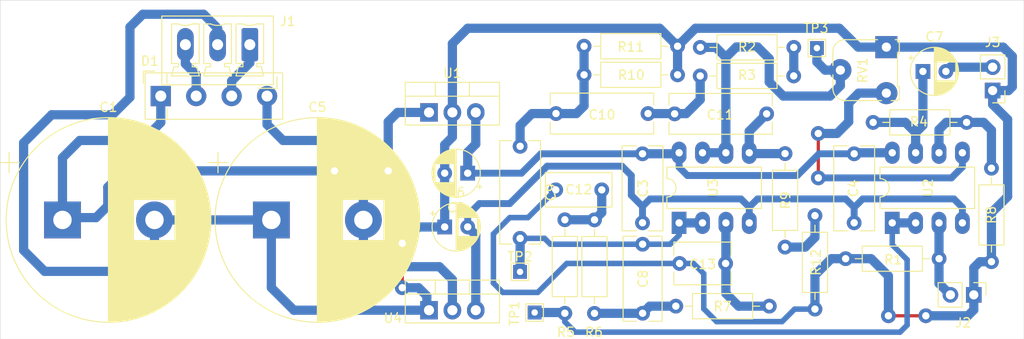
<source format=kicad_pcb>
(kicad_pcb (version 20171130) (host pcbnew 5.1.7-a382d34a8~88~ubuntu20.04.1)
  (title_block (title "Active subwoofer filter circuit") (date 2021-04-30) (rev 1.0.0) (company "Dilshan R Jayakody") (comment 1 jayakody2000lk@gmail.com) (comment 2 jayakody2000lk.blogspot.com) (comment 3 https://dilshan.github.io/subwoofer-filter-calc))
  (layers (0 F.Cu signal hide) (31 B.Cu signal) (34 B.Paste user hide) (35 F.Paste user hide) (36 B.SilkS user hide) (37 F.SilkS user hide) (38 B.Mask user hide) (39 F.Mask user hide) (44 Edge.Cuts user))
  (net 0 "")
  (net 1 GND)
  (net 2 "Net-(C1-Pad1)")
  (net 3 +12V)
  (net 4 -12V)
  (net 5 "Net-(C5-Pad2)")
  (net 6 "Net-(C7-Pad1)")
  (net 7 "Net-(C7-Pad2)")
  (net 8 "Net-(C8-Pad1)")
  (net 9 "Net-(C8-Pad2)")
  (net 10 "Net-(C10-Pad2)")
  (net 11 "Net-(C10-Pad1)")
  (net 12 "Net-(C11-Pad1)")
  (net 13 "Net-(C12-Pad2)")
  (net 14 "Net-(C13-Pad2)")
  (net 15 "Net-(D1-Pad3)")
  (net 16 "Net-(D1-Pad2)")
  (net 17 "Net-(J2-Pad2)")
  (net 18 "Net-(R2-Pad2)")
  (net 19 /HPF-OUT)
  (net 20 "Net-(R4-Pad1)")
  (net 21 /LPF-IN)
  (net 22 "Net-(R12-Pad1)")
  (net 23 "Net-(RV1-Pad3)")
  (module Capacitor_THT:CP_Radial_D22.0mm_P10.00mm_SnapIn (layer F.Cu) (at 60.358 91.44)
    (fp_text reference C1 (at 5 -12.25) (layer F.SilkS))
    (fp_text value 2200MFD/35V)
    (pad 2 thru_hole circle (at 10 0) (size 4 4) (drill 2) (layers *.Cu *.Mask) (net 1 GND))
    (pad 1 thru_hole rect (at 0 0) (size 4 4) (drill 2) (layers *.Cu *.Mask) (net 2 "Net-(C1-Pad1)"))
  )
  (module Capacitor_THT:CP_Radial_D5.0mm_P2.50mm (layer F.Cu) (at 104.394 86.36 180)
    (fp_text reference C2 (at 1.25 -3.75) (layer F.SilkS))
    (fp_text value 1MFD/16V)
    (pad 1 thru_hole rect (at 0 0 180) (size 1.6 1.6) (drill 0.8) (layers *.Cu *.Mask) (net 3 +12V))
    (pad 2 thru_hole circle (at 2.5 0 180) (size 1.6 1.6) (drill 0.8) (layers *.Cu *.Mask) (net 1 GND))
  )
  (module Capacitor_THT:C_Rect_L9.0mm_W4.2mm_P7.50mm_MKT (layer F.Cu) (at 123.39 84.25 270)
    (fp_text reference C3 (at 3.75 -0.054 90) (layer F.SilkS))
    (fp_text value 0.1MFD)
    (pad 1 thru_hole circle (at 0 0 270) (size 1.6 1.6) (drill 0.8) (layers *.Cu *.Mask) (net 3 +12V))
    (pad 2 thru_hole circle (at 7.5 0 270) (size 1.6 1.6) (drill 0.8) (layers *.Cu *.Mask) (net 4 -12V))
  )
  (module Capacitor_THT:C_Rect_L9.0mm_W4.2mm_P7.50mm_MKT (layer F.Cu) (at 146.39 84.25 270)
    (fp_text reference C4 (at 3.75 0.086 90) (layer F.SilkS))
    (fp_text value 0.1MFD)
    (pad 2 thru_hole circle (at 7.5 0 270) (size 1.6 1.6) (drill 0.8) (layers *.Cu *.Mask) (net 4 -12V))
    (pad 1 thru_hole circle (at 0 0 270) (size 1.6 1.6) (drill 0.8) (layers *.Cu *.Mask) (net 3 +12V))
  )
  (module Capacitor_THT:CP_Radial_D22.0mm_P10.00mm_SnapIn (layer F.Cu) (at 83.058 91.44)
    (fp_text reference C5 (at 5 -12.25) (layer F.SilkS))
    (fp_text value 2200MFD/35V)
    (pad 1 thru_hole rect (at 0 0) (size 4 4) (drill 2) (layers *.Cu *.Mask) (net 1 GND))
    (pad 2 thru_hole circle (at 10 0) (size 4 4) (drill 2) (layers *.Cu *.Mask) (net 5 "Net-(C5-Pad2)"))
  )
  (module Capacitor_THT:CP_Radial_D5.0mm_P2.50mm (layer F.Cu) (at 101.894 92.202)
    (fp_text reference C6 (at 1.25 -3.75) (layer F.SilkS))
    (fp_text value 1MFD/16V)
    (pad 2 thru_hole circle (at 2.5 0) (size 1.6 1.6) (drill 0.8) (layers *.Cu *.Mask) (net 4 -12V))
    (pad 1 thru_hole rect (at 0 0) (size 1.6 1.6) (drill 0.8) (layers *.Cu *.Mask) (net 1 GND))
  )
  (module Capacitor_THT:CP_Radial_D5.0mm_P2.50mm (layer F.Cu) (at 153.86 75.3)
    (fp_text reference C7 (at 1.25 -3.75) (layer F.SilkS))
    (fp_text value 4.7MFD/25V)
    (pad 1 thru_hole rect (at 0 0) (size 1.6 1.6) (drill 0.8) (layers *.Cu *.Mask) (net 6 "Net-(C7-Pad1)"))
    (pad 2 thru_hole circle (at 2.5 0) (size 1.6 1.6) (drill 0.8) (layers *.Cu *.Mask) (net 7 "Net-(C7-Pad2)"))
  )
  (module Capacitor_THT:C_Rect_L9.0mm_W4.0mm_P7.50mm_MKT (layer F.Cu) (at 123.4 94.08 270)
    (fp_text reference C8 (at 3.75 -0.044 90) (layer F.SilkS))
    (fp_text value 0.068MFD)
    (pad 1 thru_hole circle (at 0 0 270) (size 1.6 1.6) (drill 0.8) (layers *.Cu *.Mask) (net 8 "Net-(C8-Pad1)"))
    (pad 2 thru_hole circle (at 7.5 0 270) (size 1.6 1.6) (drill 0.8) (layers *.Cu *.Mask) (net 9 "Net-(C8-Pad2)"))
  )
  (module Capacitor_THT:C_Rect_L11.0mm_W4.2mm_P10.00mm_MKT (layer F.Cu) (at 110.09 83.44 270)
    (fp_text reference C9 (at 5 -3.35 90) (layer F.SilkS))
    (fp_text value 0.22MFD)
    (pad 1 thru_hole circle (at 0 0 270) (size 1.6 1.6) (drill 0.8) (layers *.Cu *.Mask) (net 10 "Net-(C10-Pad2)"))
    (pad 2 thru_hole circle (at 10 0 270) (size 1.6 1.6) (drill 0.8) (layers *.Cu *.Mask) (net 8 "Net-(C8-Pad1)"))
  )
  (module Capacitor_THT:C_Rect_L11.0mm_W4.2mm_P10.00mm_MKT (layer F.Cu) (at 123.99 79.88 180)
    (fp_text reference C10 (at 5 -0.13) (layer F.SilkS))
    (fp_text value 0.22MFD)
    (pad 2 thru_hole circle (at 10 0 180) (size 1.6 1.6) (drill 0.8) (layers *.Cu *.Mask) (net 10 "Net-(C10-Pad2)"))
    (pad 1 thru_hole circle (at 0 0 180) (size 1.6 1.6) (drill 0.8) (layers *.Cu *.Mask) (net 11 "Net-(C10-Pad1)"))
  )
  (module Capacitor_THT:C_Rect_L11.0mm_W4.2mm_P10.00mm_MKT (layer F.Cu) (at 136.88 79.91 180)
    (fp_text reference C11 (at 5.054 -0.1) (layer F.SilkS))
    (fp_text value 0.22MFD)
    (pad 1 thru_hole circle (at 0 0 180) (size 1.6 1.6) (drill 0.8) (layers *.Cu *.Mask) (net 12 "Net-(C11-Pad1)"))
    (pad 2 thru_hole circle (at 10 0 180) (size 1.6 1.6) (drill 0.8) (layers *.Cu *.Mask) (net 11 "Net-(C10-Pad1)"))
  )
  (module Capacitor_THT:C_Rect_L7.0mm_W3.5mm_P5.00mm (layer F.Cu) (at 113.96 88.17)
    (fp_text reference C12 (at 2.5 -0.032) (layer F.SilkS))
    (fp_text value 0.022MFD)
    (pad 1 thru_hole circle (at 0 0) (size 1.6 1.6) (drill 0.8) (layers *.Cu *.Mask) (net 1 GND))
    (pad 2 thru_hole circle (at 5 0) (size 1.6 1.6) (drill 0.8) (layers *.Cu *.Mask) (net 13 "Net-(C12-Pad2)"))
  )
  (module Capacitor_THT:C_Disc_D6.0mm_W4.4mm_P5.00mm (layer F.Cu) (at 127.42 96.17)
    (fp_text reference C13 (at 2.5 0.096) (layer F.SilkS))
    (fp_text value 0.0033MFD)
    (pad 1 thru_hole circle (at 0 0) (size 1.6 1.6) (drill 0.8) (layers *.Cu *.Mask) (net 1 GND))
    (pad 2 thru_hole circle (at 5 0) (size 1.6 1.6) (drill 0.8) (layers *.Cu *.Mask) (net 14 "Net-(C13-Pad2)"))
  )
  (module Diode_THT:Diode_Bridge_Vishay_KBPM (layer F.Cu) (at 71.04 77.978)
    (fp_text reference D1 (at -1.19 -3.81) (layer F.SilkS))
    (fp_text value KBP206)
    (pad 4 thru_hole circle (at 11.55 0) (size 2.2 2.2) (drill 1.2) (layers *.Cu *.Mask) (net 5 "Net-(C5-Pad2)"))
    (pad 3 thru_hole circle (at 7.7 0) (size 2.2 2.2) (drill 1.2) (layers *.Cu *.Mask) (net 15 "Net-(D1-Pad3)"))
    (pad 2 thru_hole circle (at 3.85 0) (size 2.2 2.2) (drill 1.2) (layers *.Cu *.Mask) (net 16 "Net-(D1-Pad2)"))
    (pad 1 thru_hole rect (at 0 0) (size 2.2 2.2) (drill 1.2) (layers *.Cu *.Mask) (net 2 "Net-(C1-Pad1)"))
  )
  (module MountingHole:MountingHole_3.2mm_M3 (layer F.Cu) (at 92.71 73.66)
    (fp_text reference H1 hide)
    (fp_text value M3-HOLE hide)
    (pad 1 np_thru_hole circle (at 0 0) (size 3.2 3.2) (drill 3.2) (layers *.Cu *.Mask))
  )
  (module MountingHole:MountingHole_3.2mm_M3 (layer F.Cu) (at 146.558 100.076)
    (fp_text reference H2 hide)
    (fp_text value M3-HOLE hide)
    (pad 1 np_thru_hole circle (at 0 0) (size 3.2 3.2) (drill 3.2) (layers *.Cu *.Mask))
  )
  (module MountingHole:MountingHole_3.2mm_M3 (layer F.Cu) (at 62.992 73.66)
    (fp_text reference H3 hide)
    (fp_text value M3-HOLE hide)
    (pad 1 np_thru_hole circle (at 0 0) (size 3.2 3.2) (drill 3.2) (layers *.Cu *.Mask))
  )
  (module MountingHole:MountingHole_3.2mm_M3 (layer F.Cu) (at 76.708 100.584)
    (fp_text reference H4 hide)
    (fp_text value M3-HOLE hide)
    (pad 1 np_thru_hole circle (at 0 0) (size 3.2 3.2) (drill 3.2) (layers *.Cu *.Mask))
  )
  (module Connector_Phoenix_MC:PhoenixContact_MCV_1,5_3-G-3.5_1x03_P3.50mm_Vertical (layer F.Cu) (at 80.716 72.39 180)
    (fp_text reference J1 (at -4.12 2.54) (layer F.SilkS))
    (fp_text value "3.5mm Female" hide)
    (pad 1 thru_hole roundrect (at 0 0 180) (size 1.8 3.6) (drill 1.2) (layers *.Cu *.Mask) (roundrect_rratio 0.138889) (net 15 "Net-(D1-Pad3)"))
    (pad 2 thru_hole oval (at 3.5 0 180) (size 1.8 3.6) (drill 1.2) (layers *.Cu *.Mask) (net 1 GND))
    (pad 3 thru_hole oval (at 7 0 180) (size 1.8 3.6) (drill 1.2) (layers *.Cu *.Mask) (net 16 "Net-(D1-Pad2)"))
  )
  (module Connector_PinHeader_2.54mm:PinHeader_1x02_P2.54mm_Vertical (layer F.Cu) (at 159.39 99.58 270)
    (fp_text reference J2 (at 3.036 1.148 180) (layer F.SilkS))
    (fp_text value "2.54mm Male" hide)
    (pad 1 thru_hole rect (at 0 0 270) (size 1.7 1.7) (drill 1) (layers *.Cu *.Mask) (net 1 GND))
    (pad 2 thru_hole oval (at 0 2.54 270) (size 1.7 1.7) (drill 1) (layers *.Cu *.Mask) (net 17 "Net-(J2-Pad2)"))
  )
  (module Connector_PinHeader_2.54mm:PinHeader_1x02_P2.54mm_Vertical (layer F.Cu) (at 161.44 77.38 180)
    (fp_text reference J3 (at 0 5.244) (layer F.SilkS))
    (fp_text value "2.54mm Male" hide)
    (pad 2 thru_hole oval (at 0 2.54 180) (size 1.7 1.7) (drill 1) (layers *.Cu *.Mask) (net 7 "Net-(C7-Pad2)"))
    (pad 1 thru_hole rect (at 0 0 180) (size 1.7 1.7) (drill 1) (layers *.Cu *.Mask) (net 1 GND))
  )
  (module Resistor_THT:R_Axial_DIN0207_L6.3mm_D2.5mm_P10.16mm_Horizontal (layer F.Cu) (at 155.62 95.65 180)
    (fp_text reference R1 (at 4.998 -0.108 180) (layer F.SilkS))
    (fp_text value 10K)
    (pad 1 thru_hole circle (at 0 0 180) (size 1.6 1.6) (drill 0.8) (layers *.Cu *.Mask) (net 17 "Net-(J2-Pad2)"))
    (pad 2 thru_hole oval (at 10.16 0 180) (size 1.6 1.6) (drill 0.8) (layers *.Cu *.Mask) (net 1 GND))
  )
  (module Resistor_THT:R_Axial_DIN0207_L6.3mm_D2.5mm_P10.16mm_Horizontal (layer F.Cu) (at 129.67 72.69)
    (fp_text reference R2 (at 5.08 -0.046) (layer F.SilkS))
    (fp_text value 330R)
    (pad 2 thru_hole oval (at 10.16 0) (size 1.6 1.6) (drill 0.8) (layers *.Cu *.Mask) (net 18 "Net-(R2-Pad2)"))
    (pad 1 thru_hole circle (at 0 0) (size 1.6 1.6) (drill 0.8) (layers *.Cu *.Mask) (net 19 /HPF-OUT))
  )
  (module Resistor_THT:R_Axial_DIN0207_L6.3mm_D2.5mm_P10.16mm_Horizontal (layer F.Cu) (at 139.82 75.79 180)
    (fp_text reference R3 (at 5.08 0.098) (layer F.SilkS))
    (fp_text value 2.2K)
    (pad 1 thru_hole circle (at 0 0 180) (size 1.6 1.6) (drill 0.8) (layers *.Cu *.Mask) (net 18 "Net-(R2-Pad2)"))
    (pad 2 thru_hole oval (at 10.16 0 180) (size 1.6 1.6) (drill 0.8) (layers *.Cu *.Mask) (net 11 "Net-(C10-Pad1)"))
  )
  (module Resistor_THT:R_Axial_DIN0207_L6.3mm_D2.5mm_P10.16mm_Horizontal (layer F.Cu) (at 158.61 80.84 180)
    (fp_text reference R4 (at 5.194 0.068) (layer F.SilkS))
    (fp_text value 1.8K)
    (pad 2 thru_hole oval (at 10.16 0 180) (size 1.6 1.6) (drill 0.8) (layers *.Cu *.Mask) (net 6 "Net-(C7-Pad1)"))
    (pad 1 thru_hole circle (at 0 0 180) (size 1.6 1.6) (drill 0.8) (layers *.Cu *.Mask) (net 20 "Net-(R4-Pad1)"))
  )
  (module Resistor_THT:R_Axial_DIN0207_L6.3mm_D2.5mm_P10.16mm_Horizontal (layer F.Cu) (at 114.95 91.42 270)
    (fp_text reference R5 (at 12.212 -0.112 180) (layer F.SilkS))
    (fp_text value 10K)
    (pad 2 thru_hole oval (at 10.16 0 270) (size 1.6 1.6) (drill 0.8) (layers *.Cu *.Mask) (net 21 /LPF-IN))
    (pad 1 thru_hole circle (at 0 0 270) (size 1.6 1.6) (drill 0.8) (layers *.Cu *.Mask) (net 13 "Net-(C12-Pad2)"))
  )
  (module Resistor_THT:R_Axial_DIN0207_L6.3mm_D2.5mm_P10.16mm_Horizontal (layer F.Cu) (at 118.17 101.59 90)
    (fp_text reference R6 (at -2.042 -0.06 180) (layer F.SilkS))
    (fp_text value 10K)
    (pad 1 thru_hole circle (at 0 0 90) (size 1.6 1.6) (drill 0.8) (layers *.Cu *.Mask) (net 9 "Net-(C8-Pad2)"))
    (pad 2 thru_hole oval (at 10.16 0 90) (size 1.6 1.6) (drill 0.8) (layers *.Cu *.Mask) (net 13 "Net-(C12-Pad2)"))
  )
  (module Resistor_THT:R_Axial_DIN0207_L6.3mm_D2.5mm_P10.16mm_Horizontal (layer F.Cu) (at 137.17 100.81 180)
    (fp_text reference R7 (at 5.08 -0.028) (layer F.SilkS))
    (fp_text value 10K)
    (pad 2 thru_hole oval (at 10.16 0 180) (size 1.6 1.6) (drill 0.8) (layers *.Cu *.Mask) (net 9 "Net-(C8-Pad2)"))
    (pad 1 thru_hole circle (at 0 0 180) (size 1.6 1.6) (drill 0.8) (layers *.Cu *.Mask) (net 14 "Net-(C13-Pad2)"))
  )
  (module Resistor_THT:R_Axial_DIN0207_L6.3mm_D2.5mm_P10.16mm_Horizontal (layer F.Cu) (at 161.31 85.82 270)
    (fp_text reference R8 (at 5.08 0.02 90) (layer F.SilkS))
    (fp_text value 1K)
    (pad 1 thru_hole circle (at 0 0 270) (size 1.6 1.6) (drill 0.8) (layers *.Cu *.Mask) (net 20 "Net-(R4-Pad1)"))
    (pad 2 thru_hole oval (at 10.16 0 270) (size 1.6 1.6) (drill 0.8) (layers *.Cu *.Mask) (net 1 GND))
  )
  (module Resistor_THT:R_Axial_DIN0207_L6.3mm_D2.5mm_P10.16mm_Horizontal (layer F.Cu) (at 138.88 84.23 270)
    (fp_text reference R9 (at 5.08 -0.058 90) (layer F.SilkS))
    (fp_text value 39K)
    (pad 2 thru_hole oval (at 10.16 0 270) (size 1.6 1.6) (drill 0.8) (layers *.Cu *.Mask) (net 22 "Net-(R12-Pad1)"))
    (pad 1 thru_hole circle (at 0 0 270) (size 1.6 1.6) (drill 0.8) (layers *.Cu *.Mask) (net 12 "Net-(C11-Pad1)"))
  )
  (module Resistor_THT:R_Axial_DIN0207_L6.3mm_D2.5mm_P10.16mm_Horizontal (layer F.Cu) (at 117.04 75.67)
    (fp_text reference R10 (at 5.134 0.022) (layer F.SilkS))
    (fp_text value 12K)
    (pad 2 thru_hole oval (at 10.16 0) (size 1.6 1.6) (drill 0.8) (layers *.Cu *.Mask) (net 1 GND))
    (pad 1 thru_hole circle (at 0 0) (size 1.6 1.6) (drill 0.8) (layers *.Cu *.Mask) (net 10 "Net-(C10-Pad2)"))
  )
  (module Resistor_THT:R_Axial_DIN0207_L6.3mm_D2.5mm_P10.16mm_Horizontal (layer F.Cu) (at 117.04 72.56)
    (fp_text reference R11 (at 5.08 0.084) (layer F.SilkS))
    (fp_text value 15K)
    (pad 1 thru_hole circle (at 0 0) (size 1.6 1.6) (drill 0.8) (layers *.Cu *.Mask) (net 10 "Net-(C10-Pad2)"))
    (pad 2 thru_hole oval (at 10.16 0) (size 1.6 1.6) (drill 0.8) (layers *.Cu *.Mask) (net 1 GND))
  )
  (module Resistor_THT:R_Axial_DIN0207_L6.3mm_D2.5mm_P10.16mm_Horizontal (layer F.Cu) (at 142.13 90.97 270)
    (fp_text reference R12 (at 5.08 -0.11 270) (layer F.SilkS))
    (fp_text value 5.6K)
    (pad 1 thru_hole circle (at 0 0 270) (size 1.6 1.6) (drill 0.8) (layers *.Cu *.Mask) (net 22 "Net-(R12-Pad1)"))
    (pad 2 thru_hole oval (at 10.16 0 270) (size 1.6 1.6) (drill 0.8) (layers *.Cu *.Mask) (net 1 GND))
  )
  (module Potentiometer_THT:Potentiometer_Runtron_RM-065_Vertical (layer F.Cu) (at 149.89 72.66 270)
    (fp_text reference RV1 (at 2.524 2.57 270) (layer F.SilkS))
    (fp_text value 20K)
    (pad 3 thru_hole circle (at 5 0 270) (size 2.4 2.4) (drill 1) (layers *.Cu *.Mask) (net 23 "Net-(RV1-Pad3)"))
    (pad 1 thru_hole rect (at 0 0 270) (size 2.4 2.4) (drill 1) (layers *.Cu *.Mask) (net 1 GND))
    (pad 2 thru_hole circle (at 2.5 5 270) (size 2.4 2.4) (drill 1) (layers *.Cu *.Mask) (net 19 /HPF-OUT))
  )
  (module TestPoint:TestPoint_THTPad_1.5x1.5mm_Drill0.7mm (layer F.Cu) (at 111.67 101.5)
    (fp_text reference TP1 (at -2.196 0.1 90) (layer F.SilkS))
    (fp_text value AIN-TP hide)
    (pad 1 thru_hole rect (at 0 0) (size 1.5 1.5) (drill 0.7) (layers *.Cu *.Mask) (net 21 /LPF-IN))
  )
  (module TestPoint:TestPoint_THTPad_1.5x1.5mm_Drill0.7mm (layer F.Cu) (at 110.08 97.08)
    (fp_text reference TP2 (at 0 -1.648) (layer F.SilkS))
    (fp_text value LPF-TP hide)
    (pad 1 thru_hole rect (at 0 0) (size 1.5 1.5) (drill 0.7) (layers *.Cu *.Mask) (net 8 "Net-(C8-Pad1)"))
  )
  (module TestPoint:TestPoint_THTPad_1.5x1.5mm_Drill0.7mm (layer F.Cu) (at 142.34 72.76)
    (fp_text reference TP3 (at -0.1 -2.148) (layer F.SilkS))
    (fp_text value HPF-TP hide)
    (pad 1 thru_hole rect (at 0 0) (size 1.5 1.5) (drill 0.7) (layers *.Cu *.Mask) (net 19 /HPF-OUT))
  )
  (module Package_TO_SOT_THT:TO-220-3_Vertical (layer F.Cu) (at 100.19 79.756)
    (fp_text reference U1 (at 2.54 -4.27) (layer F.SilkS))
    (fp_text value L7812)
    (pad 3 thru_hole oval (at 5.08 0) (size 1.905 2) (drill 1.1) (layers *.Cu *.Mask) (net 3 +12V))
    (pad 2 thru_hole oval (at 2.54 0) (size 1.905 2) (drill 1.1) (layers *.Cu *.Mask) (net 1 GND))
    (pad 1 thru_hole rect (at 0 0) (size 1.905 2) (drill 1.1) (layers *.Cu *.Mask) (net 2 "Net-(C1-Pad1)"))
  )
  (module Package_DIP:DIP-8_W7.62mm_LongPads (layer F.Cu) (at 150.53 91.76 90)
    (fp_text reference U2 (at 3.81 3.902 90) (layer F.SilkS))
    (fp_text value NJM4558 hide)
    (pad 8 thru_hole oval (at 7.62 0 90) (size 2.4 1.6) (drill 0.8) (layers *.Cu *.Mask) (net 3 +12V))
    (pad 4 thru_hole oval (at 0 7.62 90) (size 2.4 1.6) (drill 0.8) (layers *.Cu *.Mask) (net 4 -12V))
    (pad 7 thru_hole oval (at 7.62 2.54 90) (size 2.4 1.6) (drill 0.8) (layers *.Cu *.Mask) (net 6 "Net-(C7-Pad1)"))
    (pad 3 thru_hole oval (at 0 5.08 90) (size 2.4 1.6) (drill 0.8) (layers *.Cu *.Mask) (net 17 "Net-(J2-Pad2)"))
    (pad 6 thru_hole oval (at 7.62 5.08 90) (size 2.4 1.6) (drill 0.8) (layers *.Cu *.Mask) (net 20 "Net-(R4-Pad1)"))
    (pad 2 thru_hole oval (at 0 2.54 90) (size 2.4 1.6) (drill 0.8) (layers *.Cu *.Mask) (net 21 /LPF-IN))
    (pad 5 thru_hole oval (at 7.62 7.62 90) (size 2.4 1.6) (drill 0.8) (layers *.Cu *.Mask) (net 23 "Net-(RV1-Pad3)"))
    (pad 1 thru_hole rect (at 0 0 90) (size 2.4 1.6) (drill 0.8) (layers *.Cu *.Mask) (net 21 /LPF-IN))
  )
  (module Package_DIP:DIP-8_W7.62mm_LongPads (layer F.Cu) (at 127.37 91.76 90)
    (fp_text reference U3 (at 3.81 3.694 90) (layer F.SilkS))
    (fp_text value NJM4558 hide)
    (pad 1 thru_hole rect (at 0 0 90) (size 2.4 1.6) (drill 0.8) (layers *.Cu *.Mask) (net 8 "Net-(C8-Pad1)"))
    (pad 5 thru_hole oval (at 7.62 7.62 90) (size 2.4 1.6) (drill 0.8) (layers *.Cu *.Mask) (net 12 "Net-(C11-Pad1)"))
    (pad 2 thru_hole oval (at 0 2.54 90) (size 2.4 1.6) (drill 0.8) (layers *.Cu *.Mask) (net 8 "Net-(C8-Pad1)"))
    (pad 6 thru_hole oval (at 7.62 5.08 90) (size 2.4 1.6) (drill 0.8) (layers *.Cu *.Mask) (net 19 /HPF-OUT))
    (pad 3 thru_hole oval (at 0 5.08 90) (size 2.4 1.6) (drill 0.8) (layers *.Cu *.Mask) (net 14 "Net-(C13-Pad2)"))
    (pad 7 thru_hole oval (at 7.62 2.54 90) (size 2.4 1.6) (drill 0.8) (layers *.Cu *.Mask) (net 19 /HPF-OUT))
    (pad 4 thru_hole oval (at 0 7.62 90) (size 2.4 1.6) (drill 0.8) (layers *.Cu *.Mask) (net 4 -12V))
    (pad 8 thru_hole oval (at 7.62 0 90) (size 2.4 1.6) (drill 0.8) (layers *.Cu *.Mask) (net 3 +12V))
  )
  (module Package_TO_SOT_THT:TO-220-3_Vertical (layer F.Cu) (at 100.19 101.25)
    (fp_text reference U4 (at -3.924 0.858) (layer F.SilkS))
    (fp_text value L7912)
    (pad 1 thru_hole rect (at 0 0) (size 1.905 2) (drill 1.1) (layers *.Cu *.Mask) (net 1 GND))
    (pad 2 thru_hole oval (at 2.54 0) (size 1.905 2) (drill 1.1) (layers *.Cu *.Mask) (net 5 "Net-(C5-Pad2)"))
    (pad 3 thru_hole oval (at 5.08 0) (size 1.905 2) (drill 1.1) (layers *.Cu *.Mask) (net 4 -12V))
  )
  (gr_line (start 53.594 67.564) (end 53.594 104.394) (layer Edge.Cuts) (width 0.05))
  (gr_line (start 164.846 104.394) (end 53.594 104.394) (layer Edge.Cuts) (width 0.05))
  (gr_line (start 164.846 67.564) (end 164.846 104.394) (layer Edge.Cuts) (width 0.05))
  (gr_line (start 53.594 67.564) (end 164.846 67.564) (layer Edge.Cuts) (width 0.05))
  (via (at 150.114 101.854) (size 1.6) (drill 0.8) (layers F.Cu B.Cu) (net 1))
  (via (at 154.178 101.854) (size 1.6) (drill 0.8) (layers F.Cu B.Cu) (net 1))
  (segment (start 151.24537 101.854) (end 154.178 101.854) (width 0.35) (layer F.Cu) (net 1))
  (segment (start 150.114 101.854) (end 151.24537 101.854) (width 0.35) (layer F.Cu) (net 1))
  (via (at 97.282 93.98) (size 1.6) (drill 0.8) (layers F.Cu B.Cu) (net 1))
  (via (at 97.282 98.806) (size 1.6) (drill 0.8) (layers F.Cu B.Cu) (net 1))
  (segment (start 97.282 93.98) (end 97.282 98.806) (width 0.35) (layer F.Cu) (net 1))
  (segment (start 159.39 96.642) (end 159.39 99.58) (width 0.6) (layer B.Cu) (net 1))
  (segment (start 159.39 99.58) (end 159.39 101.214) (width 0.6) (layer B.Cu) (net 1))
  (segment (start 131.445 102.489) (end 130.048 101.092) (width 0.6) (layer B.Cu) (net 1))
  (segment (start 130.048 97.282) (end 128.936 96.17) (width 0.6) (layer B.Cu) (net 1))
  (segment (start 130.048 101.092) (end 130.048 97.282) (width 0.6) (layer B.Cu) (net 1))
  (segment (start 128.936 96.17) (end 127.42 96.17) (width 0.6) (layer B.Cu) (net 1))
  (segment (start 131.445 102.489) (end 138.557 102.489) (width 0.6) (layer B.Cu) (net 1))
  (segment (start 139.916 101.13) (end 142.13 101.13) (width 0.6) (layer B.Cu) (net 1))
  (segment (start 138.557 102.489) (end 139.916 101.13) (width 0.6) (layer B.Cu) (net 1))
  (segment (start 113.96 88.17) (end 110.944 91.186) (width 0.6) (layer B.Cu) (net 1))
  (segment (start 108.966 91.186) (end 107.188 92.964) (width 0.6) (layer B.Cu) (net 1))
  (segment (start 110.944 91.186) (end 108.966 91.186) (width 0.6) (layer B.Cu) (net 1))
  (segment (start 107.188 98.298) (end 108.204 99.314) (width 0.6) (layer B.Cu) (net 1))
  (segment (start 107.188 92.964) (end 107.188 98.298) (width 0.6) (layer B.Cu) (net 1))
  (segment (start 112.014 99.314) (end 115.158 96.17) (width 0.6) (layer B.Cu) (net 1))
  (segment (start 108.204 99.314) (end 112.014 99.314) (width 0.6) (layer B.Cu) (net 1))
  (segment (start 115.158 96.17) (end 127.42 96.17) (width 0.6) (layer B.Cu) (net 1))
  (segment (start 101.894 92.202) (end 101.894 86.36) (width 0.6) (layer B.Cu) (net 1))
  (segment (start 101.894 83.272) (end 101.894 86.36) (width 0.6) (layer B.Cu) (net 1))
  (segment (start 83.058 91.44) (end 70.358 91.44) (width 1) (layer B.Cu) (net 1))
  (segment (start 77.216 70.612) (end 75.692 69.088) (width 1) (layer B.Cu) (net 1))
  (segment (start 77.216 72.39) (end 77.216 70.612) (width 1) (layer B.Cu) (net 1))
  (segment (start 69.088 69.088) (end 67.691 70.485) (width 1) (layer B.Cu) (net 1))
  (segment (start 75.692 69.088) (end 69.088 69.088) (width 1) (layer B.Cu) (net 1))
  (segment (start 67.691 78.105) (end 65.786 80.01) (width 1) (layer B.Cu) (net 1))
  (segment (start 67.691 70.485) (end 67.691 78.105) (width 1) (layer B.Cu) (net 1))
  (segment (start 59.182 80.01) (end 56.134 83.058) (width 1) (layer B.Cu) (net 1))
  (segment (start 65.786 80.01) (end 59.182 80.01) (width 1) (layer B.Cu) (net 1))
  (segment (start 56.134 94.742) (end 58.42 97.028) (width 1) (layer B.Cu) (net 1))
  (segment (start 56.134 83.058) (end 56.134 94.742) (width 1) (layer B.Cu) (net 1))
  (segment (start 68.326 97.028) (end 70.358 94.996) (width 1) (layer B.Cu) (net 1))
  (segment (start 58.42 97.028) (end 68.326 97.028) (width 1) (layer B.Cu) (net 1))
  (segment (start 70.358 94.996) (end 70.358 91.44) (width 1) (layer B.Cu) (net 1))
  (segment (start 100.19 101.25) (end 85.502 101.25) (width 1) (layer B.Cu) (net 1))
  (segment (start 85.502 101.25) (end 83.058 98.806) (width 1) (layer B.Cu) (net 1))
  (segment (start 83.058 98.806) (end 83.058 91.44) (width 1) (layer B.Cu) (net 1))
  (segment (start 99.06 98.806) (end 99.949 99.695) (width 1) (layer B.Cu) (net 1))
  (segment (start 97.282 98.806) (end 99.06 98.806) (width 1) (layer B.Cu) (net 1))
  (segment (start 99.949 101.009) (end 100.19 101.25) (width 1) (layer B.Cu) (net 1))
  (segment (start 99.949 99.695) (end 99.949 101.009) (width 1) (layer B.Cu) (net 1))
  (segment (start 102.73 82.436) (end 101.894 83.272) (width 1) (layer B.Cu) (net 1))
  (segment (start 102.73 79.756) (end 102.73 82.436) (width 1) (layer B.Cu) (net 1))
  (segment (start 101.894 83.272) (end 101.894 92.202) (width 1) (layer B.Cu) (net 1))
  (segment (start 99.06 92.202) (end 97.282 93.98) (width 1) (layer B.Cu) (net 1))
  (segment (start 101.894 92.202) (end 99.06 92.202) (width 1) (layer B.Cu) (net 1))
  (segment (start 142.13 97.43) (end 143.91 95.65) (width 1) (layer B.Cu) (net 1))
  (segment (start 142.13 101.13) (end 142.13 97.43) (width 1) (layer B.Cu) (net 1))
  (segment (start 143.91 95.65) (end 145.46 95.65) (width 0.6) (layer B.Cu) (net 1))
  (segment (start 148.228 95.65) (end 150.114 97.536) (width 1) (layer B.Cu) (net 1))
  (segment (start 143.91 95.65) (end 148.228 95.65) (width 1) (layer B.Cu) (net 1))
  (segment (start 150.114 97.536) (end 150.114 101.854) (width 1) (layer B.Cu) (net 1))
  (segment (start 161.31 90.658) (end 163.068 88.9) (width 1) (layer B.Cu) (net 1))
  (segment (start 161.31 95.98) (end 161.31 90.658) (width 1) (layer B.Cu) (net 1))
  (segment (start 163.068 88.9) (end 163.068 80.518) (width 1) (layer B.Cu) (net 1))
  (segment (start 163.068 80.518) (end 161.44 78.89) (width 1) (layer B.Cu) (net 1))
  (segment (start 161.44 78.89) (end 161.44 77.38) (width 1) (layer B.Cu) (net 1))
  (segment (start 158.75 101.854) (end 159.39 101.214) (width 1) (layer B.Cu) (net 1))
  (segment (start 154.178 101.854) (end 158.75 101.854) (width 1) (layer B.Cu) (net 1))
  (segment (start 159.39 96.642) (end 160.052 95.98) (width 1) (layer B.Cu) (net 1))
  (segment (start 159.39 101.214) (end 159.39 96.642) (width 1) (layer B.Cu) (net 1))
  (segment (start 160.052 95.98) (end 161.31 95.98) (width 1) (layer B.Cu) (net 1))
  (segment (start 127.2 72.56) (end 127.2 75.67) (width 1) (layer B.Cu) (net 1))
  (segment (start 102.73 72.276) (end 104.394 70.612) (width 1) (layer B.Cu) (net 1))
  (segment (start 102.73 79.756) (end 102.73 72.276) (width 1) (layer B.Cu) (net 1))
  (segment (start 125.252 70.612) (end 127.2 72.56) (width 1) (layer B.Cu) (net 1))
  (segment (start 104.394 70.612) (end 125.252 70.612) (width 1) (layer B.Cu) (net 1))
  (segment (start 146.828 72.66) (end 144.78 70.612) (width 1) (layer B.Cu) (net 1))
  (segment (start 149.89 72.66) (end 146.828 72.66) (width 1) (layer B.Cu) (net 1))
  (segment (start 144.78 70.612) (end 129.148 70.612) (width 1) (layer B.Cu) (net 1))
  (segment (start 129.148 70.612) (end 127.2 72.56) (width 1) (layer B.Cu) (net 1))
  (segment (start 162.576 72.66) (end 163.576 73.66) (width 1) (layer B.Cu) (net 1))
  (segment (start 149.89 72.66) (end 162.576 72.66) (width 1) (layer B.Cu) (net 1))
  (segment (start 163.576 76.962) (end 163.158 77.38) (width 1) (layer B.Cu) (net 1))
  (segment (start 163.576 73.66) (end 163.576 76.962) (width 1) (layer B.Cu) (net 1))
  (segment (start 163.158 77.38) (end 161.44 77.38) (width 1) (layer B.Cu) (net 1))
  (segment (start 60.358 91.44) (end 61.976 91.44) (width 0.35) (layer B.Cu) (net 2))
  (via (at 95.758 86.106) (size 1.6) (drill 0.8) (layers F.Cu B.Cu) (net 2))
  (segment (start 95.758 86.106) (end 89.916 86.106) (width 0.35) (layer F.Cu) (net 2))
  (via (at 89.916 86.106) (size 1.6) (drill 0.8) (layers F.Cu B.Cu) (net 2))
  (segment (start 60.358 84.676) (end 62.23 82.804) (width 1) (layer B.Cu) (net 2))
  (segment (start 60.358 91.44) (end 60.358 84.676) (width 1) (layer B.Cu) (net 2))
  (segment (start 69.088 82.804) (end 71.04 80.852) (width 1) (layer B.Cu) (net 2))
  (segment (start 62.23 82.804) (end 69.088 82.804) (width 1) (layer B.Cu) (net 2))
  (segment (start 71.04 80.852) (end 71.04 77.978) (width 1) (layer B.Cu) (net 2))
  (segment (start 67.056 86.106) (end 65.278 87.884) (width 1) (layer B.Cu) (net 2))
  (segment (start 89.916 86.106) (end 67.056 86.106) (width 1) (layer B.Cu) (net 2))
  (segment (start 65.278 89.916) (end 64.008 91.186) (width 1) (layer B.Cu) (net 2))
  (segment (start 65.278 87.884) (end 65.278 89.916) (width 1) (layer B.Cu) (net 2))
  (segment (start 60.612 91.186) (end 60.358 91.44) (width 1) (layer B.Cu) (net 2))
  (segment (start 64.008 91.186) (end 60.612 91.186) (width 1) (layer B.Cu) (net 2))
  (segment (start 95.758 80.772) (end 96.774 79.756) (width 1) (layer B.Cu) (net 2))
  (segment (start 95.758 86.106) (end 95.758 80.772) (width 1) (layer B.Cu) (net 2))
  (segment (start 96.774 79.756) (end 100.19 79.756) (width 1) (layer B.Cu) (net 2))
  (segment (start 127.26 84.25) (end 127.37 84.14) (width 1) (layer B.Cu) (net 3))
  (segment (start 123.39 84.25) (end 127.26 84.25) (width 1) (layer B.Cu) (net 3))
  (segment (start 105.27 83.198) (end 105.27 79.756) (width 1) (layer B.Cu) (net 3))
  (segment (start 104.394 84.074) (end 105.27 83.198) (width 1) (layer B.Cu) (net 3))
  (segment (start 104.394 86.36) (end 104.394 84.074) (width 1) (layer B.Cu) (net 3))
  (segment (start 110.236 86.36) (end 112.346 84.25) (width 0.75) (layer B.Cu) (net 3))
  (segment (start 104.394 86.36) (end 110.236 86.36) (width 0.75) (layer B.Cu) (net 3))
  (segment (start 112.346 84.25) (end 123.39 84.25) (width 0.75) (layer B.Cu) (net 3))
  (segment (start 127.37 85.714) (end 128.27 86.614) (width 0.75) (layer B.Cu) (net 3))
  (segment (start 127.37 84.14) (end 127.37 85.714) (width 0.75) (layer B.Cu) (net 3))
  (segment (start 140.208 86.614) (end 142.572 84.25) (width 0.75) (layer B.Cu) (net 3))
  (segment (start 128.27 86.614) (end 140.208 86.614) (width 0.75) (layer B.Cu) (net 3))
  (segment (start 142.572 84.25) (end 146.39 84.25) (width 0.75) (layer B.Cu) (net 3))
  (segment (start 146.5 84.14) (end 146.39 84.25) (width 1) (layer B.Cu) (net 3))
  (segment (start 150.53 84.14) (end 146.5 84.14) (width 1) (layer B.Cu) (net 3))
  (segment (start 134.99 91.76) (end 134.99 90.032) (width 0.35) (layer B.Cu) (net 4))
  (segment (start 134.99 90.032) (end 134.112 89.154) (width 0.35) (layer B.Cu) (net 4))
  (segment (start 134.112 89.154) (end 124.206 89.154) (width 0.35) (layer B.Cu) (net 4))
  (segment (start 134.99 90.032) (end 135.012 90.032) (width 0.35) (layer B.Cu) (net 4))
  (segment (start 135.012 90.032) (end 135.89 89.154) (width 0.35) (layer B.Cu) (net 4))
  (segment (start 105.27 93.078) (end 104.394 92.202) (width 1) (layer B.Cu) (net 4))
  (segment (start 105.27 101.25) (end 105.27 93.078) (width 1) (layer B.Cu) (net 4))
  (segment (start 146.39 90.084) (end 147.32 89.154) (width 0.75) (layer B.Cu) (net 4))
  (segment (start 146.39 91.75) (end 146.39 90.084) (width 0.75) (layer B.Cu) (net 4))
  (segment (start 157.226 89.154) (end 158.15 90.078) (width 0.75) (layer B.Cu) (net 4))
  (segment (start 147.32 89.154) (end 157.226 89.154) (width 0.75) (layer B.Cu) (net 4))
  (segment (start 158.15 90.078) (end 158.15 91.76) (width 0.75) (layer B.Cu) (net 4))
  (segment (start 134.99 90.054) (end 135.89 89.154) (width 0.75) (layer B.Cu) (net 4))
  (segment (start 134.99 91.76) (end 134.99 90.054) (width 0.75) (layer B.Cu) (net 4))
  (segment (start 145.46 89.154) (end 146.39 90.084) (width 0.75) (layer B.Cu) (net 4))
  (segment (start 135.89 89.154) (end 145.46 89.154) (width 0.75) (layer B.Cu) (net 4))
  (segment (start 123.39 89.97) (end 124.206 89.154) (width 0.75) (layer B.Cu) (net 4))
  (segment (start 134.09 89.154) (end 134.99 90.054) (width 0.75) (layer B.Cu) (net 4))
  (segment (start 124.206 89.154) (end 134.09 89.154) (width 0.75) (layer B.Cu) (net 4))
  (segment (start 123.39 89.97) (end 122.174 88.754) (width 0.75) (layer B.Cu) (net 4))
  (segment (start 123.39 91.75) (end 123.39 89.97) (width 0.75) (layer B.Cu) (net 4))
  (segment (start 122.174 86.614) (end 121.158 85.598) (width 0.75) (layer B.Cu) (net 4))
  (segment (start 122.174 88.754) (end 122.174 86.614) (width 0.75) (layer B.Cu) (net 4))
  (segment (start 113.03 85.598) (end 108.966 89.662) (width 0.75) (layer B.Cu) (net 4))
  (segment (start 121.158 85.598) (end 113.03 85.598) (width 0.75) (layer B.Cu) (net 4))
  (segment (start 105.664 89.662) (end 104.394 90.932) (width 0.75) (layer B.Cu) (net 4))
  (segment (start 108.966 89.662) (end 105.664 89.662) (width 0.75) (layer B.Cu) (net 4))
  (segment (start 104.394 90.932) (end 104.394 92.202) (width 0.75) (layer B.Cu) (net 4))
  (segment (start 82.59 81.066) (end 84.328 82.804) (width 1) (layer B.Cu) (net 5))
  (segment (start 82.59 77.978) (end 82.59 81.066) (width 1) (layer B.Cu) (net 5))
  (segment (start 91.694 82.804) (end 93.058 84.168) (width 1) (layer B.Cu) (net 5))
  (segment (start 84.328 82.804) (end 91.694 82.804) (width 1) (layer B.Cu) (net 5))
  (segment (start 93.058 84.168) (end 93.058 91.44) (width 1) (layer B.Cu) (net 5))
  (segment (start 93.058 95.09) (end 94.488 96.52) (width 1) (layer B.Cu) (net 5))
  (segment (start 93.058 91.44) (end 93.058 95.09) (width 1) (layer B.Cu) (net 5))
  (segment (start 101.32 96.52) (end 102.73 97.93) (width 1) (layer B.Cu) (net 5))
  (segment (start 94.488 96.52) (end 101.32 96.52) (width 1) (layer B.Cu) (net 5))
  (segment (start 102.73 97.93) (end 102.73 101.25) (width 1) (layer B.Cu) (net 5))
  (segment (start 153.07 81.95) (end 153.86 81.16) (width 1) (layer B.Cu) (net 6))
  (segment (start 153.07 84.14) (end 153.07 81.95) (width 1) (layer B.Cu) (net 6))
  (segment (start 153.86 81.16) (end 153.86 75.3) (width 1) (layer B.Cu) (net 6))
  (segment (start 151.96 80.84) (end 153.07 81.95) (width 1) (layer B.Cu) (net 6))
  (segment (start 148.45 80.84) (end 151.96 80.84) (width 1) (layer B.Cu) (net 6))
  (segment (start 156.82 74.84) (end 156.36 75.3) (width 1) (layer B.Cu) (net 7))
  (segment (start 161.44 74.84) (end 156.82 74.84) (width 1) (layer B.Cu) (net 7))
  (segment (start 126.392 94.08) (end 127.37 93.102) (width 0.6) (layer B.Cu) (net 8))
  (segment (start 123.4 94.08) (end 126.392 94.08) (width 0.6) (layer B.Cu) (net 8))
  (segment (start 127.37 93.102) (end 127.37 91.76) (width 0.6) (layer B.Cu) (net 8))
  (segment (start 110.09 93.44) (end 112.744 93.44) (width 0.6) (layer B.Cu) (net 8))
  (segment (start 113.384 94.08) (end 123.4 94.08) (width 0.6) (layer B.Cu) (net 8))
  (segment (start 112.744 93.44) (end 113.384 94.08) (width 0.6) (layer B.Cu) (net 8))
  (segment (start 127.37 91.76) (end 129.91 91.76) (width 1) (layer B.Cu) (net 8))
  (segment (start 110.09 97.07) (end 110.08 97.08) (width 1) (layer B.Cu) (net 8))
  (segment (start 110.09 93.44) (end 110.09 97.07) (width 1) (layer B.Cu) (net 8))
  (segment (start 123.39 101.59) (end 123.4 101.58) (width 1) (layer B.Cu) (net 9))
  (segment (start 118.17 101.59) (end 123.39 101.59) (width 1) (layer B.Cu) (net 9))
  (segment (start 124.17 100.81) (end 123.4 101.58) (width 1) (layer B.Cu) (net 9))
  (segment (start 127.01 100.81) (end 124.17 100.81) (width 1) (layer B.Cu) (net 9))
  (segment (start 117.04 72.56) (end 117.04 75.67) (width 0.6) (layer B.Cu) (net 10))
  (segment (start 117.04 75.67) (end 117.04 79.048) (width 0.6) (layer B.Cu) (net 10))
  (segment (start 116.208 79.88) (end 113.99 79.88) (width 0.6) (layer B.Cu) (net 10))
  (segment (start 111.382 79.88) (end 113.99 79.88) (width 0.6) (layer B.Cu) (net 10))
  (segment (start 110.09 81.172) (end 111.382 79.88) (width 1) (layer B.Cu) (net 10))
  (segment (start 110.09 83.44) (end 110.09 81.172) (width 1) (layer B.Cu) (net 10))
  (segment (start 116.208 79.88) (end 117.04 79.048) (width 1) (layer B.Cu) (net 10))
  (segment (start 111.382 79.88) (end 116.208 79.88) (width 1) (layer B.Cu) (net 10))
  (segment (start 117.04 79.048) (end 117.04 72.56) (width 1) (layer B.Cu) (net 10))
  (segment (start 126.85 79.88) (end 126.88 79.91) (width 0.6) (layer B.Cu) (net 11))
  (segment (start 123.99 79.88) (end 126.85 79.88) (width 0.6) (layer B.Cu) (net 11))
  (segment (start 126.907 79.883) (end 126.88 79.91) (width 0.6) (layer B.Cu) (net 11))
  (segment (start 129.66 78.366) (end 128.143 79.883) (width 1) (layer B.Cu) (net 11))
  (segment (start 129.66 75.79) (end 129.66 78.366) (width 1) (layer B.Cu) (net 11))
  (segment (start 128.143 79.883) (end 126.907 79.883) (width 0.6) (layer B.Cu) (net 11))
  (segment (start 123.993 79.883) (end 123.99 79.88) (width 1) (layer B.Cu) (net 11))
  (segment (start 128.143 79.883) (end 123.993 79.883) (width 1) (layer B.Cu) (net 11))
  (segment (start 135.08 84.23) (end 134.99 84.14) (width 1) (layer B.Cu) (net 12))
  (segment (start 138.88 84.23) (end 135.08 84.23) (width 1) (layer B.Cu) (net 12))
  (segment (start 136.88 79.91) (end 134.99 81.8) (width 1) (layer B.Cu) (net 12))
  (segment (start 134.99 81.8) (end 134.99 84.14) (width 1) (layer B.Cu) (net 12))
  (segment (start 118.16 91.42) (end 118.17 91.43) (width 1) (layer B.Cu) (net 13))
  (segment (start 114.95 91.42) (end 118.16 91.42) (width 1) (layer B.Cu) (net 13))
  (segment (start 118.96 90.64) (end 118.17 91.43) (width 1) (layer B.Cu) (net 13))
  (segment (start 118.96 88.17) (end 118.96 90.64) (width 1) (layer B.Cu) (net 13))
  (segment (start 132.45 96.14) (end 132.42 96.17) (width 0.6) (layer B.Cu) (net 14))
  (segment (start 132.45 91.76) (end 132.45 96.14) (width 0.6) (layer B.Cu) (net 14))
  (segment (start 133.83 100.81) (end 132.42 99.4) (width 0.6) (layer B.Cu) (net 14))
  (segment (start 132.42 99.4) (end 132.42 96.17) (width 0.6) (layer B.Cu) (net 14))
  (segment (start 132.45 99.43) (end 133.83 100.81) (width 1) (layer B.Cu) (net 14))
  (segment (start 132.45 91.76) (end 132.45 99.43) (width 1) (layer B.Cu) (net 14))
  (segment (start 133.83 100.81) (end 137.17 100.81) (width 1) (layer B.Cu) (net 14))
  (segment (start 78.74 76.342) (end 80.716 74.366) (width 1) (layer B.Cu) (net 15))
  (segment (start 78.74 77.978) (end 78.74 76.342) (width 1) (layer B.Cu) (net 15))
  (segment (start 80.716 72.39) (end 80.716 74.366) (width 1) (layer B.Cu) (net 15))
  (segment (start 74.89 75.652) (end 73.716 74.478) (width 1) (layer B.Cu) (net 16))
  (segment (start 74.89 77.978) (end 74.89 75.652) (width 1) (layer B.Cu) (net 16))
  (segment (start 73.716 72.39) (end 73.716 74.478) (width 1) (layer B.Cu) (net 16))
  (segment (start 155.61 95.64) (end 155.62 95.65) (width 0.6) (layer B.Cu) (net 17))
  (segment (start 155.61 91.76) (end 155.61 95.64) (width 0.6) (layer B.Cu) (net 17))
  (segment (start 155.62 98.35) (end 156.85 99.58) (width 0.6) (layer B.Cu) (net 17))
  (segment (start 155.62 95.65) (end 155.62 98.35) (width 0.6) (layer B.Cu) (net 17))
  (segment (start 155.61 98.34) (end 156.85 99.58) (width 1) (layer B.Cu) (net 17))
  (segment (start 155.61 91.76) (end 155.61 98.34) (width 1) (layer B.Cu) (net 17))
  (segment (start 139.83 75.78) (end 139.82 75.79) (width 1) (layer B.Cu) (net 18))
  (segment (start 139.83 72.69) (end 139.83 75.78) (width 1) (layer B.Cu) (net 18))
  (segment (start 129.91 84.14) (end 132.45 84.14) (width 1) (layer B.Cu) (net 19))
  (segment (start 142.34 74.268) (end 143.232 75.16) (width 1) (layer B.Cu) (net 19))
  (segment (start 142.34 72.76) (end 142.34 74.268) (width 1) (layer B.Cu) (net 19))
  (segment (start 143.232 75.16) (end 144.89 75.16) (width 1) (layer B.Cu) (net 19))
  (segment (start 132.45 73.776) (end 131.364 72.69) (width 1) (layer B.Cu) (net 19))
  (segment (start 132.45 84.14) (end 132.45 73.776) (width 1) (layer B.Cu) (net 19))
  (segment (start 131.364 72.69) (end 129.67 72.69) (width 1) (layer B.Cu) (net 19))
  (segment (start 144.89 76.852) (end 143.764 77.978) (width 1) (layer B.Cu) (net 19))
  (segment (start 144.89 75.16) (end 144.89 76.852) (width 1) (layer B.Cu) (net 19))
  (segment (start 143.764 77.978) (end 138.684 77.978) (width 1) (layer B.Cu) (net 19))
  (segment (start 138.684 77.978) (end 137.16 76.454) (width 1) (layer B.Cu) (net 19))
  (segment (start 137.16 73.914) (end 135.89 72.644) (width 1) (layer B.Cu) (net 19))
  (segment (start 137.16 76.454) (end 137.16 73.914) (width 1) (layer B.Cu) (net 19))
  (segment (start 133.582 72.644) (end 132.45 73.776) (width 1) (layer B.Cu) (net 19))
  (segment (start 135.89 72.644) (end 133.582 72.644) (width 1) (layer B.Cu) (net 19))
  (segment (start 155.61 81.626) (end 156.396 80.84) (width 1) (layer B.Cu) (net 20))
  (segment (start 155.61 84.14) (end 155.61 81.626) (width 1) (layer B.Cu) (net 20))
  (segment (start 156.396 80.84) (end 158.61 80.84) (width 1) (layer B.Cu) (net 20))
  (segment (start 161.31 81.69) (end 160.46 80.84) (width 1) (layer B.Cu) (net 20))
  (segment (start 161.31 85.82) (end 161.31 81.69) (width 1) (layer B.Cu) (net 20))
  (segment (start 160.46 80.84) (end 159.698 80.84) (width 1) (layer B.Cu) (net 20))
  (segment (start 159.698 80.84) (end 158.61 80.84) (width 1) (layer B.Cu) (net 20))
  (segment (start 150.53 91.76) (end 150.53 94.142) (width 0.6) (layer B.Cu) (net 21))
  (segment (start 152.146 95.758) (end 152.146 102.87) (width 0.6) (layer B.Cu) (net 21))
  (segment (start 150.53 94.142) (end 152.146 95.758) (width 0.6) (layer B.Cu) (net 21))
  (segment (start 152.146 102.87) (end 151.384 103.632) (width 0.6) (layer B.Cu) (net 21))
  (segment (start 116.078 103.632) (end 114.95 102.504) (width 0.6) (layer B.Cu) (net 21))
  (segment (start 151.384 103.632) (end 116.078 103.632) (width 0.6) (layer B.Cu) (net 21))
  (segment (start 114.95 102.504) (end 114.95 101.58) (width 0.6) (layer B.Cu) (net 21))
  (segment (start 150.53 91.76) (end 153.07 91.76) (width 1) (layer B.Cu) (net 21))
  (segment (start 114.87 101.5) (end 114.95 101.58) (width 1) (layer B.Cu) (net 21))
  (segment (start 111.67 101.5) (end 114.87 101.5) (width 1) (layer B.Cu) (net 21))
  (segment (start 142.13 93.328) (end 141.068 94.39) (width 1) (layer B.Cu) (net 22))
  (segment (start 142.13 90.97) (end 142.13 93.328) (width 1) (layer B.Cu) (net 22))
  (segment (start 141.068 94.39) (end 138.88 94.39) (width 1) (layer B.Cu) (net 22))
  (via (at 142.494 86.868) (size 1.6) (drill 0.8) (layers F.Cu B.Cu) (net 23))
  (segment (start 142.494 86.868) (end 142.494 82.042) (width 0.35) (layer F.Cu) (net 23))
  (via (at 142.494 82.042) (size 1.6) (drill 0.8) (layers F.Cu B.Cu) (net 23))
  (segment (start 145.796 78.994) (end 145.796 80.772) (width 0.6) (layer B.Cu) (net 23))
  (segment (start 145.796 78.74) (end 145.796 78.994) (width 0.35) (layer B.Cu) (net 23))
  (segment (start 144.526 82.042) (end 145.796 80.772) (width 1) (layer B.Cu) (net 23))
  (segment (start 142.494 82.042) (end 144.526 82.042) (width 1) (layer B.Cu) (net 23))
  (segment (start 145.796 78.74) (end 146.876 77.66) (width 1) (layer B.Cu) (net 23))
  (segment (start 145.796 80.772) (end 145.796 78.74) (width 1) (layer B.Cu) (net 23))
  (segment (start 146.876 77.66) (end 149.89 77.66) (width 1) (layer B.Cu) (net 23))
  (segment (start 158.15 85.69) (end 156.972 86.868) (width 0.75) (layer B.Cu) (net 23))
  (segment (start 158.15 84.14) (end 158.15 85.69) (width 0.75) (layer B.Cu) (net 23))
  (segment (start 156.972 86.868) (end 142.494 86.868) (width 0.75) (layer B.Cu) (net 23))
)
</source>
